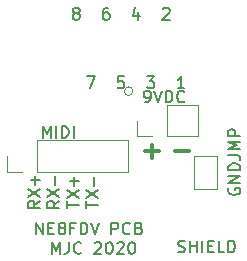
<source format=gto>
G04 #@! TF.GenerationSoftware,KiCad,Pcbnew,(5.1.5)-3*
G04 #@! TF.CreationDate,2020-02-26T13:13:57-08:00*
G04 #@! TF.ProjectId,NeutrikEthercon,4e657574-7269-46b4-9574-686572636f6e,rev?*
G04 #@! TF.SameCoordinates,Original*
G04 #@! TF.FileFunction,Legend,Top*
G04 #@! TF.FilePolarity,Positive*
%FSLAX46Y46*%
G04 Gerber Fmt 4.6, Leading zero omitted, Abs format (unit mm)*
G04 Created by KiCad (PCBNEW (5.1.5)-3) date 2020-02-26 13:13:57*
%MOMM*%
%LPD*%
G04 APERTURE LIST*
%ADD10C,0.150000*%
%ADD11C,0.300000*%
%ADD12C,0.120000*%
G04 APERTURE END LIST*
D10*
X127477380Y-124285714D02*
X127001190Y-124619047D01*
X127477380Y-124857142D02*
X126477380Y-124857142D01*
X126477380Y-124476190D01*
X126525000Y-124380952D01*
X126572619Y-124333333D01*
X126667857Y-124285714D01*
X126810714Y-124285714D01*
X126905952Y-124333333D01*
X126953571Y-124380952D01*
X127001190Y-124476190D01*
X127001190Y-124857142D01*
X126477380Y-123952380D02*
X127477380Y-123285714D01*
X126477380Y-123285714D02*
X127477380Y-123952380D01*
X127096428Y-122904761D02*
X127096428Y-122142857D01*
X127477380Y-122523809D02*
X126715476Y-122523809D01*
X129127380Y-124285714D02*
X128651190Y-124619047D01*
X129127380Y-124857142D02*
X128127380Y-124857142D01*
X128127380Y-124476190D01*
X128175000Y-124380952D01*
X128222619Y-124333333D01*
X128317857Y-124285714D01*
X128460714Y-124285714D01*
X128555952Y-124333333D01*
X128603571Y-124380952D01*
X128651190Y-124476190D01*
X128651190Y-124857142D01*
X128127380Y-123952380D02*
X129127380Y-123285714D01*
X128127380Y-123285714D02*
X129127380Y-123952380D01*
X128746428Y-122904761D02*
X128746428Y-122142857D01*
X129777380Y-124880952D02*
X129777380Y-124309523D01*
X130777380Y-124595238D02*
X129777380Y-124595238D01*
X129777380Y-124071428D02*
X130777380Y-123404761D01*
X129777380Y-123404761D02*
X130777380Y-124071428D01*
X130396428Y-123023809D02*
X130396428Y-122261904D01*
X130777380Y-122642857D02*
X130015476Y-122642857D01*
X131427380Y-124880952D02*
X131427380Y-124309523D01*
X132427380Y-124595238D02*
X131427380Y-124595238D01*
X131427380Y-124071428D02*
X132427380Y-123404761D01*
X131427380Y-123404761D02*
X132427380Y-124071428D01*
X132046428Y-123023809D02*
X132046428Y-122261904D01*
D11*
X138928571Y-120107142D02*
X140071428Y-120107142D01*
X136428571Y-120107142D02*
X137571428Y-120107142D01*
X137000000Y-120678571D02*
X137000000Y-119535714D01*
D10*
X127166666Y-127127380D02*
X127166666Y-126127380D01*
X127738095Y-127127380D01*
X127738095Y-126127380D01*
X128214285Y-126603571D02*
X128547619Y-126603571D01*
X128690476Y-127127380D02*
X128214285Y-127127380D01*
X128214285Y-126127380D01*
X128690476Y-126127380D01*
X129261904Y-126555952D02*
X129166666Y-126508333D01*
X129119047Y-126460714D01*
X129071428Y-126365476D01*
X129071428Y-126317857D01*
X129119047Y-126222619D01*
X129166666Y-126175000D01*
X129261904Y-126127380D01*
X129452380Y-126127380D01*
X129547619Y-126175000D01*
X129595238Y-126222619D01*
X129642857Y-126317857D01*
X129642857Y-126365476D01*
X129595238Y-126460714D01*
X129547619Y-126508333D01*
X129452380Y-126555952D01*
X129261904Y-126555952D01*
X129166666Y-126603571D01*
X129119047Y-126651190D01*
X129071428Y-126746428D01*
X129071428Y-126936904D01*
X129119047Y-127032142D01*
X129166666Y-127079761D01*
X129261904Y-127127380D01*
X129452380Y-127127380D01*
X129547619Y-127079761D01*
X129595238Y-127032142D01*
X129642857Y-126936904D01*
X129642857Y-126746428D01*
X129595238Y-126651190D01*
X129547619Y-126603571D01*
X129452380Y-126555952D01*
X130404761Y-126603571D02*
X130071428Y-126603571D01*
X130071428Y-127127380D02*
X130071428Y-126127380D01*
X130547619Y-126127380D01*
X130928571Y-127127380D02*
X130928571Y-126127380D01*
X131166666Y-126127380D01*
X131309523Y-126175000D01*
X131404761Y-126270238D01*
X131452380Y-126365476D01*
X131500000Y-126555952D01*
X131500000Y-126698809D01*
X131452380Y-126889285D01*
X131404761Y-126984523D01*
X131309523Y-127079761D01*
X131166666Y-127127380D01*
X130928571Y-127127380D01*
X131785714Y-126127380D02*
X132119047Y-127127380D01*
X132452380Y-126127380D01*
X133547619Y-127127380D02*
X133547619Y-126127380D01*
X133928571Y-126127380D01*
X134023809Y-126175000D01*
X134071428Y-126222619D01*
X134119047Y-126317857D01*
X134119047Y-126460714D01*
X134071428Y-126555952D01*
X134023809Y-126603571D01*
X133928571Y-126651190D01*
X133547619Y-126651190D01*
X135119047Y-127032142D02*
X135071428Y-127079761D01*
X134928571Y-127127380D01*
X134833333Y-127127380D01*
X134690476Y-127079761D01*
X134595238Y-126984523D01*
X134547619Y-126889285D01*
X134500000Y-126698809D01*
X134500000Y-126555952D01*
X134547619Y-126365476D01*
X134595238Y-126270238D01*
X134690476Y-126175000D01*
X134833333Y-126127380D01*
X134928571Y-126127380D01*
X135071428Y-126175000D01*
X135119047Y-126222619D01*
X135880952Y-126603571D02*
X136023809Y-126651190D01*
X136071428Y-126698809D01*
X136119047Y-126794047D01*
X136119047Y-126936904D01*
X136071428Y-127032142D01*
X136023809Y-127079761D01*
X135928571Y-127127380D01*
X135547619Y-127127380D01*
X135547619Y-126127380D01*
X135880952Y-126127380D01*
X135976190Y-126175000D01*
X136023809Y-126222619D01*
X136071428Y-126317857D01*
X136071428Y-126413095D01*
X136023809Y-126508333D01*
X135976190Y-126555952D01*
X135880952Y-126603571D01*
X135547619Y-126603571D01*
X128500000Y-128777380D02*
X128500000Y-127777380D01*
X128833333Y-128491666D01*
X129166666Y-127777380D01*
X129166666Y-128777380D01*
X129928571Y-127777380D02*
X129928571Y-128491666D01*
X129880952Y-128634523D01*
X129785714Y-128729761D01*
X129642857Y-128777380D01*
X129547619Y-128777380D01*
X130976190Y-128682142D02*
X130928571Y-128729761D01*
X130785714Y-128777380D01*
X130690476Y-128777380D01*
X130547619Y-128729761D01*
X130452380Y-128634523D01*
X130404761Y-128539285D01*
X130357142Y-128348809D01*
X130357142Y-128205952D01*
X130404761Y-128015476D01*
X130452380Y-127920238D01*
X130547619Y-127825000D01*
X130690476Y-127777380D01*
X130785714Y-127777380D01*
X130928571Y-127825000D01*
X130976190Y-127872619D01*
X132119047Y-127872619D02*
X132166666Y-127825000D01*
X132261904Y-127777380D01*
X132500000Y-127777380D01*
X132595238Y-127825000D01*
X132642857Y-127872619D01*
X132690476Y-127967857D01*
X132690476Y-128063095D01*
X132642857Y-128205952D01*
X132071428Y-128777380D01*
X132690476Y-128777380D01*
X133309523Y-127777380D02*
X133404761Y-127777380D01*
X133500000Y-127825000D01*
X133547619Y-127872619D01*
X133595238Y-127967857D01*
X133642857Y-128158333D01*
X133642857Y-128396428D01*
X133595238Y-128586904D01*
X133547619Y-128682142D01*
X133500000Y-128729761D01*
X133404761Y-128777380D01*
X133309523Y-128777380D01*
X133214285Y-128729761D01*
X133166666Y-128682142D01*
X133119047Y-128586904D01*
X133071428Y-128396428D01*
X133071428Y-128158333D01*
X133119047Y-127967857D01*
X133166666Y-127872619D01*
X133214285Y-127825000D01*
X133309523Y-127777380D01*
X134023809Y-127872619D02*
X134071428Y-127825000D01*
X134166666Y-127777380D01*
X134404761Y-127777380D01*
X134500000Y-127825000D01*
X134547619Y-127872619D01*
X134595238Y-127967857D01*
X134595238Y-128063095D01*
X134547619Y-128205952D01*
X133976190Y-128777380D01*
X134595238Y-128777380D01*
X135214285Y-127777380D02*
X135309523Y-127777380D01*
X135404761Y-127825000D01*
X135452380Y-127872619D01*
X135500000Y-127967857D01*
X135547619Y-128158333D01*
X135547619Y-128396428D01*
X135500000Y-128586904D01*
X135452380Y-128682142D01*
X135404761Y-128729761D01*
X135309523Y-128777380D01*
X135214285Y-128777380D01*
X135119047Y-128729761D01*
X135071428Y-128682142D01*
X135023809Y-128586904D01*
X134976190Y-128396428D01*
X134976190Y-128158333D01*
X135023809Y-127967857D01*
X135071428Y-127872619D01*
X135119047Y-127825000D01*
X135214285Y-127777380D01*
D12*
X135360555Y-115000000D02*
G75*
G03X135360555Y-115000000I-360555J0D01*
G01*
X140500000Y-123250000D02*
X140500000Y-120450000D01*
X140500000Y-120450000D02*
X142500000Y-120450000D01*
X142500000Y-120450000D02*
X142500000Y-123250000D01*
X142500000Y-123250000D02*
X140500000Y-123250000D01*
X135670000Y-118830000D02*
X135670000Y-117500000D01*
X137000000Y-118830000D02*
X135670000Y-118830000D01*
X138270000Y-118830000D02*
X138270000Y-116170000D01*
X138270000Y-116170000D02*
X140870000Y-116170000D01*
X138270000Y-118830000D02*
X140870000Y-118830000D01*
X140870000Y-118830000D02*
X140870000Y-116170000D01*
X124670000Y-121830000D02*
X124670000Y-120500000D01*
X126000000Y-121830000D02*
X124670000Y-121830000D01*
X127270000Y-121830000D02*
X127270000Y-119170000D01*
X127270000Y-119170000D02*
X134950000Y-119170000D01*
X127270000Y-121830000D02*
X134950000Y-121830000D01*
X134950000Y-121830000D02*
X134950000Y-119170000D01*
D10*
X139195238Y-128604761D02*
X139338095Y-128652380D01*
X139576190Y-128652380D01*
X139671428Y-128604761D01*
X139719047Y-128557142D01*
X139766666Y-128461904D01*
X139766666Y-128366666D01*
X139719047Y-128271428D01*
X139671428Y-128223809D01*
X139576190Y-128176190D01*
X139385714Y-128128571D01*
X139290476Y-128080952D01*
X139242857Y-128033333D01*
X139195238Y-127938095D01*
X139195238Y-127842857D01*
X139242857Y-127747619D01*
X139290476Y-127700000D01*
X139385714Y-127652380D01*
X139623809Y-127652380D01*
X139766666Y-127700000D01*
X140195238Y-128652380D02*
X140195238Y-127652380D01*
X140195238Y-128128571D02*
X140766666Y-128128571D01*
X140766666Y-128652380D02*
X140766666Y-127652380D01*
X141242857Y-128652380D02*
X141242857Y-127652380D01*
X141719047Y-128128571D02*
X142052380Y-128128571D01*
X142195238Y-128652380D02*
X141719047Y-128652380D01*
X141719047Y-127652380D01*
X142195238Y-127652380D01*
X143100000Y-128652380D02*
X142623809Y-128652380D01*
X142623809Y-127652380D01*
X143433333Y-128652380D02*
X143433333Y-127652380D01*
X143671428Y-127652380D01*
X143814285Y-127700000D01*
X143909523Y-127795238D01*
X143957142Y-127890476D01*
X144004761Y-128080952D01*
X144004761Y-128223809D01*
X143957142Y-128414285D01*
X143909523Y-128509523D01*
X143814285Y-128604761D01*
X143671428Y-128652380D01*
X143433333Y-128652380D01*
X143500000Y-123214285D02*
X143452380Y-123309523D01*
X143452380Y-123452380D01*
X143500000Y-123595238D01*
X143595238Y-123690476D01*
X143690476Y-123738095D01*
X143880952Y-123785714D01*
X144023809Y-123785714D01*
X144214285Y-123738095D01*
X144309523Y-123690476D01*
X144404761Y-123595238D01*
X144452380Y-123452380D01*
X144452380Y-123357142D01*
X144404761Y-123214285D01*
X144357142Y-123166666D01*
X144023809Y-123166666D01*
X144023809Y-123357142D01*
X144452380Y-122738095D02*
X143452380Y-122738095D01*
X144452380Y-122166666D01*
X143452380Y-122166666D01*
X144452380Y-121690476D02*
X143452380Y-121690476D01*
X143452380Y-121452380D01*
X143500000Y-121309523D01*
X143595238Y-121214285D01*
X143690476Y-121166666D01*
X143880952Y-121119047D01*
X144023809Y-121119047D01*
X144214285Y-121166666D01*
X144309523Y-121214285D01*
X144404761Y-121309523D01*
X144452380Y-121452380D01*
X144452380Y-121690476D01*
X143452380Y-120404761D02*
X144166666Y-120404761D01*
X144309523Y-120452380D01*
X144404761Y-120547619D01*
X144452380Y-120690476D01*
X144452380Y-120785714D01*
X144452380Y-119928571D02*
X143452380Y-119928571D01*
X144166666Y-119595238D01*
X143452380Y-119261904D01*
X144452380Y-119261904D01*
X144452380Y-118785714D02*
X143452380Y-118785714D01*
X143452380Y-118404761D01*
X143500000Y-118309523D01*
X143547619Y-118261904D01*
X143642857Y-118214285D01*
X143785714Y-118214285D01*
X143880952Y-118261904D01*
X143928571Y-118309523D01*
X143976190Y-118404761D01*
X143976190Y-118785714D01*
X136380952Y-115952380D02*
X136571428Y-115952380D01*
X136666666Y-115904761D01*
X136714285Y-115857142D01*
X136809523Y-115714285D01*
X136857142Y-115523809D01*
X136857142Y-115142857D01*
X136809523Y-115047619D01*
X136761904Y-115000000D01*
X136666666Y-114952380D01*
X136476190Y-114952380D01*
X136380952Y-115000000D01*
X136333333Y-115047619D01*
X136285714Y-115142857D01*
X136285714Y-115380952D01*
X136333333Y-115476190D01*
X136380952Y-115523809D01*
X136476190Y-115571428D01*
X136666666Y-115571428D01*
X136761904Y-115523809D01*
X136809523Y-115476190D01*
X136857142Y-115380952D01*
X137142857Y-114952380D02*
X137476190Y-115952380D01*
X137809523Y-114952380D01*
X138142857Y-115952380D02*
X138142857Y-114952380D01*
X138380952Y-114952380D01*
X138523809Y-115000000D01*
X138619047Y-115095238D01*
X138666666Y-115190476D01*
X138714285Y-115380952D01*
X138714285Y-115523809D01*
X138666666Y-115714285D01*
X138619047Y-115809523D01*
X138523809Y-115904761D01*
X138380952Y-115952380D01*
X138142857Y-115952380D01*
X139714285Y-115857142D02*
X139666666Y-115904761D01*
X139523809Y-115952380D01*
X139428571Y-115952380D01*
X139285714Y-115904761D01*
X139190476Y-115809523D01*
X139142857Y-115714285D01*
X139095238Y-115523809D01*
X139095238Y-115380952D01*
X139142857Y-115190476D01*
X139190476Y-115095238D01*
X139285714Y-115000000D01*
X139428571Y-114952380D01*
X139523809Y-114952380D01*
X139666666Y-115000000D01*
X139714285Y-115047619D01*
X127730476Y-118952380D02*
X127730476Y-117952380D01*
X128063809Y-118666666D01*
X128397142Y-117952380D01*
X128397142Y-118952380D01*
X128873333Y-118952380D02*
X128873333Y-117952380D01*
X129349523Y-118952380D02*
X129349523Y-117952380D01*
X129587619Y-117952380D01*
X129730476Y-118000000D01*
X129825714Y-118095238D01*
X129873333Y-118190476D01*
X129920952Y-118380952D01*
X129920952Y-118523809D01*
X129873333Y-118714285D01*
X129825714Y-118809523D01*
X129730476Y-118904761D01*
X129587619Y-118952380D01*
X129349523Y-118952380D01*
X130349523Y-118952380D02*
X130349523Y-117952380D01*
X137894285Y-108047619D02*
X137941904Y-108000000D01*
X138037142Y-107952380D01*
X138275238Y-107952380D01*
X138370476Y-108000000D01*
X138418095Y-108047619D01*
X138465714Y-108142857D01*
X138465714Y-108238095D01*
X138418095Y-108380952D01*
X137846666Y-108952380D01*
X138465714Y-108952380D01*
X135820476Y-108285714D02*
X135820476Y-108952380D01*
X135582380Y-107904761D02*
X135344285Y-108619047D01*
X135963333Y-108619047D01*
X133290476Y-107952380D02*
X133100000Y-107952380D01*
X133004761Y-108000000D01*
X132957142Y-108047619D01*
X132861904Y-108190476D01*
X132814285Y-108380952D01*
X132814285Y-108761904D01*
X132861904Y-108857142D01*
X132909523Y-108904761D01*
X133004761Y-108952380D01*
X133195238Y-108952380D01*
X133290476Y-108904761D01*
X133338095Y-108857142D01*
X133385714Y-108761904D01*
X133385714Y-108523809D01*
X133338095Y-108428571D01*
X133290476Y-108380952D01*
X133195238Y-108333333D01*
X133004761Y-108333333D01*
X132909523Y-108380952D01*
X132861904Y-108428571D01*
X132814285Y-108523809D01*
X131486666Y-113752380D02*
X132153333Y-113752380D01*
X131724761Y-114752380D01*
X134588095Y-113752380D02*
X134111904Y-113752380D01*
X134064285Y-114228571D01*
X134111904Y-114180952D01*
X134207142Y-114133333D01*
X134445238Y-114133333D01*
X134540476Y-114180952D01*
X134588095Y-114228571D01*
X134635714Y-114323809D01*
X134635714Y-114561904D01*
X134588095Y-114657142D01*
X134540476Y-114704761D01*
X134445238Y-114752380D01*
X134207142Y-114752380D01*
X134111904Y-114704761D01*
X134064285Y-114657142D01*
X136566666Y-113752380D02*
X137185714Y-113752380D01*
X136852380Y-114133333D01*
X136995238Y-114133333D01*
X137090476Y-114180952D01*
X137138095Y-114228571D01*
X137185714Y-114323809D01*
X137185714Y-114561904D01*
X137138095Y-114657142D01*
X137090476Y-114704761D01*
X136995238Y-114752380D01*
X136709523Y-114752380D01*
X136614285Y-114704761D01*
X136566666Y-114657142D01*
X139725714Y-114752380D02*
X139154285Y-114752380D01*
X139440000Y-114752380D02*
X139440000Y-113752380D01*
X139344761Y-113895238D01*
X139249523Y-113990476D01*
X139154285Y-114038095D01*
X130464761Y-108380952D02*
X130369523Y-108333333D01*
X130321904Y-108285714D01*
X130274285Y-108190476D01*
X130274285Y-108142857D01*
X130321904Y-108047619D01*
X130369523Y-108000000D01*
X130464761Y-107952380D01*
X130655238Y-107952380D01*
X130750476Y-108000000D01*
X130798095Y-108047619D01*
X130845714Y-108142857D01*
X130845714Y-108190476D01*
X130798095Y-108285714D01*
X130750476Y-108333333D01*
X130655238Y-108380952D01*
X130464761Y-108380952D01*
X130369523Y-108428571D01*
X130321904Y-108476190D01*
X130274285Y-108571428D01*
X130274285Y-108761904D01*
X130321904Y-108857142D01*
X130369523Y-108904761D01*
X130464761Y-108952380D01*
X130655238Y-108952380D01*
X130750476Y-108904761D01*
X130798095Y-108857142D01*
X130845714Y-108761904D01*
X130845714Y-108571428D01*
X130798095Y-108476190D01*
X130750476Y-108428571D01*
X130655238Y-108380952D01*
M02*

</source>
